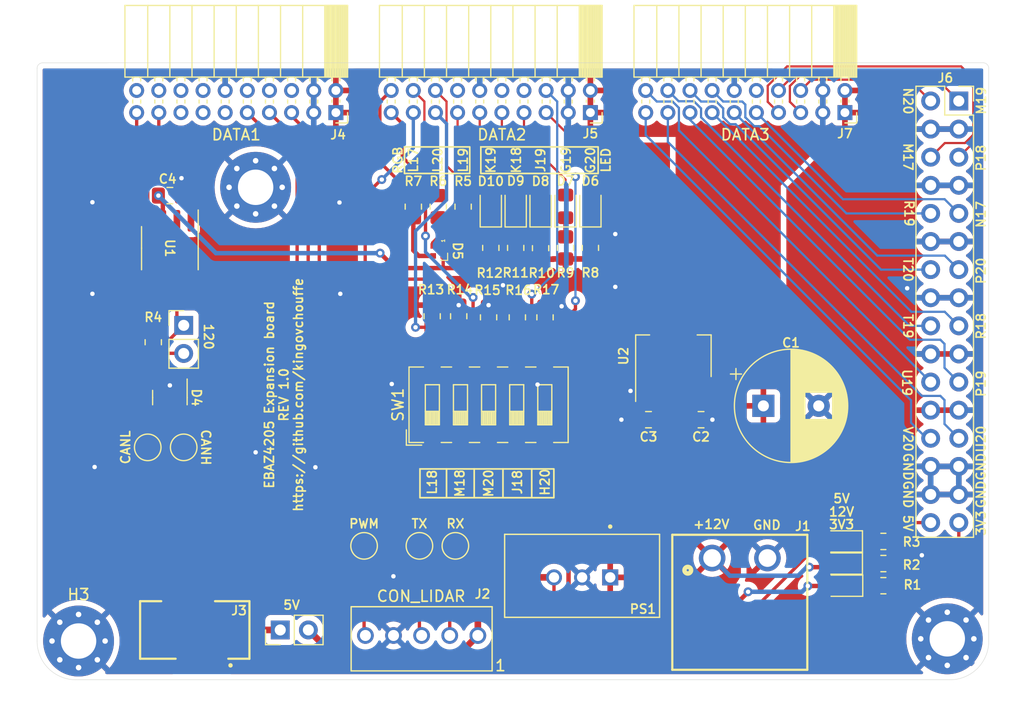
<source format=kicad_pcb>
(kicad_pcb (version 20211014) (generator pcbnew)
  (layers (0 "F.Cu" signal) (31 "B.Cu" signal) (34 "B.Paste" user) (35 "F.Paste" user) (36 "B.SilkS" user "B.Silkscreen") (37 "F.SilkS" user "F.Silkscreen") (38 "B.Mask" user) (39 "F.Mask" user) (44 "Edge.Cuts" user))
  (net 0 "")
  (net 1 "+12V")
  (net 2 "GND")
  (net 3 "+3V3")
  (net 4 "Net-(D1-Pad1)")
  (net 5 "Net-(D2-Pad1)")
  (net 6 "Net-(D3-Pad1)")
  (net 7 "+5V")
  (net 8 "/CANH")
  (net 9 "/CANL")
  (net 10 "/Bleu")
  (net 11 "/Vert")
  (net 12 "/Rouge")
  (net 13 "Net-(D6-Pad1)")
  (net 14 "/G20")
  (net 15 "Net-(D7-Pad1)")
  (net 16 "/G19")
  (net 17 "Net-(D8-Pad1)")
  (net 18 "/J19")
  (net 19 "Net-(D9-Pad1)")
  (net 20 "/K18")
  (net 21 "Net-(D10-Pad1)")
  (net 22 "/K19")
  (net 23 "/A20")
  (net 24 "/B19")
  (net 25 "/C20")
  (net 26 "Net-(J3-Pad1)")
  (net 27 "/H16")
  (net 28 "/B20")
  (net 30 "/H17")
  (net 31 "/D20")
  (net 32 "/D18")
  (net 33 "/H18")
  (net 34 "/D19")
  (net 35 "/F20")
  (net 36 "/E19")
  (net 37 "/F19")
  (net 38 "/K17")
  (net 39 "/J18")
  (net 40 "/H20")
  (net 42 "/J20")
  (net 43 "/L16")
  (net 44 "/L19")
  (net 45 "/M18")
  (net 46 "/L20")
  (net 47 "/M20")
  (net 48 "/L17")
  (net 49 "/M19")
  (net 50 "/N20")
  (net 51 "/P18")
  (net 52 "/M17")
  (net 53 "/N17")
  (net 54 "/R19")
  (net 55 "/P20")
  (net 56 "/T20")
  (net 57 "/R18")
  (net 58 "/T19")
  (net 59 "/P19")
  (net 60 "/U19")
  (net 61 "/U20")
  (net 62 "/V20")
  (net 64 "Net-(JP2-Pad2)")
  (footprint "LED_SMD:LED_0805_2012Metric_Pad1.15x1.40mm_HandSolder" (layer "F.Cu") (at 151.75 74.25 180)
    (fp_text reference "3V3")
    (fp_text value "3V3")
  )
  (footprint "LED_SMD:LED_0805_2012Metric_Pad1.15x1.40mm_HandSolder" (layer "F.Cu") (at 129 39.975 90)
    (fp_text reference "D6")
    (fp_text value "LED1")
  )
  (footprint "Resistor_SMD:R_0805_2012Metric_Pad1.20x1.40mm_HandSolder" (layer "F.Cu") (at 117.1 49.9 -90)
    (fp_text reference "R14")
    (fp_text value "10k")
  )
  (footprint "TestPoint:TestPoint_Pad_D2.0mm" (layer "F.Cu") (at 116.8 70.65)
    (fp_text reference "RX")
    (fp_text value "RX")
  )
  (footprint "LED_SMD:LED_0805_2012Metric_Pad1.15x1.40mm_HandSolder" (layer "F.Cu") (at 124.5 39.975 90)
    (fp_text reference "D8")
    (fp_text value "LED3")
  )
  (footprint "Resistor_SMD:R_0805_2012Metric_Pad1.20x1.40mm_HandSolder" (layer "F.Cu") (at 126.75 43.725 -90)
    (fp_text reference "R9")
    (fp_text value "120")
  )
  (footprint "Package_TO_SOT_SMD:SOT-23" (layer "F.Cu") (at 91 57.25 -90)
    (fp_text reference "D4")
    (fp_text value "D_TVS_x2_AAC")
  )
  (footprint "Capacitor_THT:CP_Radial_D10.0mm_P5.00mm" (layer "F.Cu") (at 144.632323 58)
    (fp_text reference "C1")
    (fp_text value "100u")
  )
  (footprint "Resistor_SMD:R_0805_2012Metric_Pad1.20x1.40mm_HandSolder" (layer "F.Cu") (at 155.475 72.25)
    (fp_text reference "R2")
    (fp_text value "560")
  )
  (footprint "MountingHole:MountingHole_3.2mm_M3_Pad_Via" (layer "F.Cu") (at 161.25 79.05)
    (fp_text reference "H1")
    (fp_text value "MountingHole_Pad")
  )
  (footprint "Resistor_SMD:R_0805_2012Metric_Pad1.20x1.40mm_HandSolder" (layer "F.Cu") (at 155.475 70.25)
    (fp_text reference "R3")
    (fp_text value "280")
  )
  (footprint "Resistor_SMD:R_0805_2012Metric_Pad1.20x1.40mm_HandSolder" (layer "F.Cu") (at 124.9 50 -90)
    (fp_text reference "R17")
    (fp_text value "10k")
  )
  (footprint "Resistor_SMD:R_0805_2012Metric_Pad1.20x1.40mm_HandSolder" (layer "F.Cu") (at 115.25 40 90)
    (fp_text reference "R6")
    (fp_text value "120")
  )
  (footprint "Connector_PinSocket_2.54mm:PinSocket_2x16_P2.54mm_Vertical" (layer "F.Cu") (at 162.29 30.45)
    (fp_text reference "J6")
    (fp_text value "DATA3_2.54")
  )
  (footprint "AREA_lib_Connector:Wuerth_batcon_691313710002" (layer "F.Cu") (at 142.5 71.75)
    (fp_text reference "J1")
    (fp_text value "INPUT")
  )
  (footprint "Resistor_SMD:R_0805_2012Metric_Pad1.20x1.40mm_HandSolder" (layer "F.Cu") (at 114.7 49.9 -90)
    (fp_text reference "R13")
    (fp_text value "10k")
  )
  (footprint "Resistor_SMD:R_0805_2012Metric_Pad1.20x1.40mm_HandSolder" (layer "F.Cu") (at 113 40 90)
    (fp_text reference "R7")
    (fp_text value "120")
  )
  (footprint "MountingHole:MountingHole_3.2mm_M3_Pad_Via" (layer "F.Cu") (at 82.75 79.25)
    (fp_text reference "H3")
    (fp_text value "MountingHole_Pad")
  )
  (footprint "TestPoint:TestPoint_Pad_D2.0mm" (layer "F.Cu") (at 113.55 70.65)
    (fp_text reference "TX")
    (fp_text value "TX")
  )
  (footprint "LED_SMD:LED_0805_2012Metric_Pad1.15x1.40mm_HandSolder" (layer "F.Cu") (at 122.25 39.975 90)
    (fp_text reference "D9")
    (fp_text value "LED3")
  )
  (footprint "LED_SMD:LED_0805_2012Metric_Pad1.15x1.40mm_HandSolder" (layer "F.Cu") (at 151.725 70.25 180)
    (fp_text reference "5V")
    (fp_text value "5V")
  )
  (footprint "TestPoint:TestPoint_Pad_D2.0mm" (layer "F.Cu") (at 92.25 61.75 -90)
    (fp_text reference "CANH")
    (fp_text value "CANL")
  )
  (footprint "Connector_PinSocket_2.00mm:PinSocket_2x10_P2.00mm_Horizontal" (layer "F.Cu") (at 152 31.5 -90)
    (fp_text reference "J7")
    (fp_text value "DATA3")
  )
  (footprint "AREA_lib_Connector:690367290476" (layer "F.Cu") (at 93.25 78.25)
    (fp_text reference "J3")
    (fp_text value "CON_CAN")
  )
  (footprint "LED_SMD:LED_0805_2012Metric_Pad1.15x1.40mm_HandSolder" (layer "F.Cu") (at 126.75 39.975 90)
    (fp_text reference "D7")
    (fp_text value "LED2")
  )
  (footprint "TestPoint:TestPoint_Pad_D2.0mm" (layer "F.Cu") (at 108.55 70.65)
    (fp_text reference "PWM")
    (fp_text value "PWM_MOT")
  )
  (footprint "MountingHole:MountingHole_3.2mm_M3_Pad_Via" (layer "F.Cu") (at 98.75 38.25)
    (fp_text reference "H4")
    (fp_text value "MountingHole_Pad")
  )
  (footprint "LED_SMD:LED_0805_2012Metric_Pad1.15x1.40mm_HandSolder" (layer "F.Cu") (at 151.725 72.25 180)
    (fp_text reference "12V")
    (fp_text value "12V")
  )
  (footprint "Button_Switch_SMD:SW_DIP_SPSTx05_Slide_6.7x14.26mm_W8.61mm_P2.54mm_LowProfile" (layer "F.Cu") (at 119.8 57.9 90)
    (fp_text reference "SW1")
    (fp_text value "SW_DIP_x05")
  )
  (footprint "Package_SO:SOIC-8_3.9x4.9mm_P1.27mm" (layer "F.Cu") (at 91 43.75 -90)
    (fp_text reference "U1")
    (fp_text value "SN65HVD232")
  )
  (footprint "Resistor_SMD:R_0805_2012Metric_Pad1.20x1.40mm_HandSolder" (layer "F.Cu") (at 129 43.725 -90)
    (fp_text reference "R8")
    (fp_text value "120")
  )
  (footprint "Resistor_SMD:R_0805_2012Metric_Pad1.20x1.40mm_HandSolder" (layer "F.Cu") (at 122.4 50 -90)
    (fp_text reference "R16")
    (fp_text value "10k")
  )
  (footprint "Capacitor_SMD:C_0805_2012Metric_Pad1.18x1.45mm_HandSolder" (layer "F.Cu") (at 134.25 59.25)
    (fp_text reference "C3")
    (fp_text value "10u")
  )
  (footprint "Connector_PinSocket_2.00mm:PinSocket_2x10_P2.00mm_Horizontal" (layer "F.Cu") (at 129 31.5 -90)
    (fp_text reference "J5")
    (fp_text value "DATA2")
  )
  (footprint "Resistor_SMD:R_0805_2012Metric_Pad1.20x1.40mm_HandSolder" (layer "F.Cu") (at 120 43.725 -90)
    (fp_text reference "R12")
    (fp_text value "120")
  )
  (footprint "AREA_lib_Connector:Wuerth_2.54mm_5pins_61900511121" (layer "F.Cu") (at 113.75 78.75)
    (fp_text reference "J2")
    (fp_text value "CON_LIDAR")
  )
  (footprint "Resistor_SMD:R_0805_2012Metric_Pad1.20x1.40mm_HandSolder" (layer "F.Cu") (at 122.25 43.725 -90)
    (fp_text reference "R11")
    (fp_text value "120")
  )
  (footprint "AREA_lib_composant:CONV_TSR_2-2450" (layer "F.Cu") (at 128.25 73.36 180)
    (fp_text reference "PS1")
    (fp_text value "TSR_2-2450")
  )
  (footprint "Capacitor_SMD:C_0805_2012Metric_Pad1.18x1.45mm_HandSolder" (layer "F.Cu") (at 139 59.25 180)
    (fp_text reference "C2")
    (fp_text value "10u")
  )
  (footprint "Resistor_SMD:R_0805_2012Metric_Pad1.20x1.40mm_HandSolder" (layer "F.Cu") (at 117.5 40 90)
    (fp_text reference "R5")
    (fp_text value "120")
  )
  (footprint "LED_SMD:LED_SK6812_EC15_1.5x1.5mm" (layer "F.Cu") (at 115.25 44 -90)
    (fp_text reference "D5")
    (fp_text value "LED_RGBA")
  )
  (footprint "Connector_PinHeader_2.54mm:PinHeader_1x02_P2.54mm_Vertical" (layer "F.Cu") (at 92.25 50.725)
    (fp_text reference "120")
    (fp_text value "120")
  )
  (footprint "Capacitor_SMD:C_0805_2012Metric_Pad1.18x1.45mm_HandSolder" (layer "F.Cu") (at 91 39)
    (fp_text reference "C4")
    (fp_text value "100n")
  )
  (footprint "Resistor_SMD:R_0805_2012Metric_Pad1.20x1.40mm_HandSolder" (layer "F.Cu") (at 89.5 52.25 -90)
    (fp_text reference "R4")
    (fp_text value "120")
  )
  (footprint "TestPoint:TestPoint_Pad_D2.0mm" (layer "F.Cu") (at 89 61.75)
    (fp_text reference "CANL")
    (fp_text value "CANL")
  )
  (footprint "Resistor_SMD:R_0805_2012Metric_Pad1.20x1.40mm_HandSolder" (layer "F.Cu") (at 155.475 74.25)
    (fp_text reference "R1")
    (fp_text value "120")
  )
  (footprint "Resistor_SMD:R_0805_2012Metric_Pad1.20x1.40mm_HandSolder" (layer "F.Cu") (at 119.8 50 -90)
    (fp_text reference "R15")
    (fp_text value "10k")
  )
  (footprint "Connector_PinHeader_2.54mm:PinHeader_1x02_P2.54mm_Vertical" (layer "F.Cu") (at 100.975 78.25 90)
    (fp_text reference "5V")
    (fp_text value "5V")
  )
  (footprint "Resistor_SMD:R_0805_2012Metric_Pad1.20x1.40mm_HandSolder" (layer "F.Cu") (at 124.5 43.75 -90)
    (fp_text reference "R10")
    (fp_text value "120")
  )
  (footprint "Package_TO_SOT_SMD:SOT-223-3_TabPin2" (layer "F.Cu") (at 136.5 53.5 90)
    (fp_text reference "U2")
    (fp_text value "NCP1117-3.3_SOT223")
  )
  (footprint "Connector_PinSocket_2.00mm:PinSocket_2x10_P2.00mm_Horizontal" (layer "F.Cu") (at 106 31.5 -90)
    (fp_text reference "J4")
    (fp_text value "DATA1")
  )
  (footprint "LED_SMD:LED_0805_2012Metric_Pad1.15x1.40mm_HandSolder" (layer "F.Cu") (at 120 39.975 90)
    (fp_text reference "D10")
    (fp_text value "LED3")
  )
  (gr_line (start 118.5 63.7) (end 118.5 66.2) (layer "F.SilkS") (width 0.1524))
  (gr_rect (start 113.6 63.7) (end 125.7 66.3) (layer "F.SilkS") (width 0.1524) (fill none))
  (gr_rect (start 112.2 34.6) (end 118.1 37) (layer "F.SilkS") (width 0.1524) (fill none))
  (gr_line (start 121.1 63.7) (end 121.1 66.2) (layer "F.SilkS") (width 0.1524))
  (gr_line (start 123.7 63.7) (end 123.7 66.2) (layer "F.SilkS") (width 0.1524))
  (gr_rect (start 119.1 34.6) (end 129.7 37) (layer "F.SilkS") (width 0.1524) (fill none))
  (gr_line (start 116 63.7) (end 116 66.2) (layer "F.SilkS") (width 0.1524))
  (gr_line (start 79 79.25) (end 79 27.503553) (layer "Edge.Cuts") (width 0.0381))
  (gr_line (start 165 79.25) (end 165 27.5) (layer "Edge.Cuts") (width 0.0381))
  (gr_arc (start 82.5 82.75) (mid 80.025126 81.724874) (end 79 79.25) (layer "Edge.Cuts") (width 0.0381))
  (gr_arc (start 79 27.503553) (mid 79.146447 27.15) (end 79.5 27.003553) (layer "Edge.Cuts") (width 0.0381))
  (gr_arc (start 165 79.25) (mid 163.974874 81.724874) (end 161.5 82.75) (layer "Edge.Cuts") (width 0.0381))
  (gr_line (start 82.5 82.75) (end 161.5 82.75) (layer "Edge.Cuts") (width 0.0381))
  (gr_arc (start 164.496447 27) (mid 164.85 27.146447) (end 164.996447 27.5) (layer "Edge.Cuts") (width 0.0381))
  (gr_line (start 79.5 27.003553) (end 164.496447 27) (layer "Edge.Cuts") (width 0.0381))
  (gr_text "G20" (at 129 35.8 90) (layer "F.SilkS") (effects (font (size 0.8128 0.8128) (thickness 0.1524))))
  (gr_text "L18" (at 114.7 64.9 90) (layer "F.SilkS") (effects (font (size 0.8128 0.8128) (thickness 0.1524))))
  (gr_text "M17" (at 157.7 35.5 270) (layer "F.SilkS") (effects (font (size 0.8128 0.8128) (thickness 0.1524))))
  (gr_text "K18" (at 122.3 35.8 90) (layer "F.SilkS") (effects (font (size 0.8128 0.8128) (thickness 0.1524))))
  (gr_text "GND" (at 157.7 63.5 270) (layer "F.SilkS") (effects (font (size 0.8128 0.8128) (thickness 0.1524))))
  (gr_text "P18" (at 164.3 35.6 90) (layer "F.SilkS") (effects (font (size 0.8128 0.8128) (thickness 0.1524))))
  (gr_text "5V" (at 157.7 68.6 270) (layer "F.SilkS") (effects (font (size 0.8128 0.8128) (thickness 0.1524))))
  (gr_text "M19" (at 164.325 30.425 90) (layer "F.SilkS") (effects (font (size 0.8128 0.8128) (thickness 0.1524))))
  (gr_text "T19" (at 157.7 50.8 270) (layer "F.SilkS") (effects (font (size 0.8128 0.8128) (thickness 0.1524))))
  (gr_text "R19" (at 157.8 40.6 270) (layer "F.SilkS") (effects (font (size 0.8128 0.8128) (thickness 0.1524))))
  (gr_text "P19" (at 164.3 56 90) (layer "F.SilkS") (effects (font (size 0.8128 0.8128) (thickness 0.1524))))
  (gr_text "M20" (at 119.8 65 90) (layer "F.SilkS") (effects (font (size 0.8128 0.8128) (thickness 0.1524))))
  (gr_text "H20" (at 124.9 64.9 90) (layer "F.SilkS") (effects (font (size 0.8128 0.8128) (thickness 0.1524))))
  (gr_text "U20" (at 164.3 61 90) (layer "F.SilkS") (effects (font (size 0.8128 0.8128) (thickness 0.1524))))
  (gr_text "3V3" (at 164.3 68.6 90) (layer "F.SilkS") (effects (font (size 0.8128 0.8128) (thickness 0.1524))))
  (gr_text "V20" (at 157.7 61 270) (layer "F.SilkS") (effects (font (size 0.8128 0.8128) (thickness 0.1524))))
  (gr_text "P20" (at 164.3 45.8 90) (layer "F.SilkS") (effects (font (size 0.8128 0.8128) (thickness 0.1524))))
  (gr_text "U19" (at 157.6 55.9 270) (layer "F.SilkS") (effects (font (size 0.8128 0.8128) (thickness 0.1524))))
  (gr_text "M18" (at 117.2 65 90) (layer "F.SilkS") (effects (font (size 0.8128 0.8128) (thickness 0.1524))))
  (gr_text "K19" (at 120 35.8 90) (layer "F.SilkS") (effects (font (size 0.8128 0.8128) (thickness 0.1524))))
  (gr_text "T20" (at 157.7 45.7 270) (layer "F.SilkS") (effects (font (size 0.8128 0.8128) (thickness 0.1524))))
  (gr_text "GND" (at 144.95 68.775) (layer "F.SilkS") (effects (font (size 0.8128 0.8128) (thickness 0.1524))))
  (gr_text "N20" (at 157.7 30.45 270) (layer "F.SilkS") (effects (font (size 0.8128 0.8128) (thickness 0.1524))))
  (gr_text "N17" (at 164.3 40.7 90) (layer "F.SilkS") (effects (font (size 0.8128 0.8128) (thickness 0.1524))))
  (gr_text "GND" (at 164.3 63.5 90) (layer "F.SilkS") (effects (font (size 0.8128 0.8128) (thickness 0.1524))))
  (gr_text "L20" (at 115.2 35.8 90) (layer "F.SilkS") (effects (font (size 0.8128 0.8128) (thickness 0.1524))))
  (gr_text "G19" (at 126.8 35.8 90) (layer "F.SilkS") (effects (font (size 0.8128 0.8128) (thickness 0.1524))))
  (gr_text "GND" (at 157.7 66 270) (layer "F.SilkS") (effects (font (size 0.8128 0.8128) (thickness 0.1524))))
  (gr_text "GND" (at 164.3 66 90) (layer "F.SilkS") (effects (font (size 0.8128 0.8128) (thickness 0.1524))))
  (gr_text "J18" (at 122.4 64.9 90) (layer "F.SilkS") (effects (font (size 0.8128 0.8128) (thickness 0.1524))))
  (gr_text "J19" (at 124.5 35.8 90) (layer "F.SilkS") (effects (font (size 0.8128 0.8128) (thickness 0.1524))))
  (gr_text "EBAZ4205 Expansion board\nREV 1.0\nhttps://github.com/kingovchouffe" (at 101.3 57 90) (layer "F.SilkS") (effects (font (size 0.8128 0.8128) (thickness 0.1524))))
  (gr_text "+12V" (at 139.925 68.7) (layer "F.SilkS") (effects (font (size 0.8128 0.8128) (thickness 0.1524))))
  (gr_text "L19" (at 117.5 35.8 90) (layer "F.SilkS") (effects (font (size 0.8128 0.8128) (thickness 0.1524))))
  (gr_text "R18" (at 164.3 50.8 90) (layer "F.SilkS") (effects (font (size 0.8128 0.8128) (thickness 0.1524))))
  (gr_text "RGB" (at 111.6 35.8 90) (layer "F.SilkS") (effects (font (size 0.8128 0.8128) (thickness 0.1524))))
  (gr_text "LED" (at 130.4 35.8 90) (layer "F.SilkS") (effects (font (size 0.8128 0.8128) (thickness 0.1524))))
  (gr_text "L17" (at 113 35.8 90) (layer "F.SilkS") (effects (font (size 0.8128 0.8128) (thickness 0.1524))))
  (segment (start 148.775 72.575) (end 150.375 72.575) (width 0.4) (layer "F.Cu") (net 1))
  (segment (start 150.375 72.575) (end 150.7 72.25) (width 0.4) (layer "F.Cu") (net 1))
  (via (at 148.775 72.575) (size 0.8) (drill 0.4) (layers "F.Cu" "B.Cu") (net 1))
  (segment (start 148.55 72.575) (end 148.775 72.575) (width 0.4) (layer "B.Cu") (net 1))
  (segment (start 147.775489 73.349511) (end 148.225 72.9) (width 0.4) (layer "B.Cu") (net 1))
  (segment (start 140 71.75) (end 141.599511 73.349511) (width 0.4) (layer "B.Cu") (net 1))
  (segment (start 148.225 72.9) (end 148.55 72.575) (width 0.4) (layer "B.Cu") (net 1))
  (segment (start 141.599511 73.349511) (end 147.775489 73.349511) (width 0.4) (layer "B.Cu") (net 1))
  (via (at 111.05 56.025) (size 0.8) (drill 0.4) (layers "F.Cu" "B.Cu") (net 2))
  (via (at 131.25 42.475) (size 0.8) (drill 0.4) (layers "F.Cu" "B.Cu") (net 2))
  (via (at 119.8 48.9) (size 0.8) (drill 0.4) (layers "F.Cu" "B.Cu") (net 2))
  (via (at 98.75 62.2) (size 0.8) (drill 0.4) (layers "F.Cu" "B.Cu") (net 2))
  (via (at 121.1 47.1) (size 0.8) (drill 0.4) (layers "F.Cu" "B.Cu") (net 2))
  (via (at 84.2 63.525) (size 0.8) (drill 0.4) (layers "F.Cu" "B.Cu") (net 2))
  (via (at 104.15 63.55) (size 0.8) (drill 0.4) (layers "F.Cu" "B.Cu") (net 2))
  (via (at 91 56.15) (size 0.8) (drill 0.4) (layers "F.Cu" "B.Cu") (net 2))
  (via (at 84 47.875) (size 0.8) (drill 0.4) (layers "F.Cu" "B.Cu") (net 2))
  (via (at 84 39.6) (size 0.8) (drill 0.4) (layers "F.Cu" "B.Cu") (net 2))
  (via (at 106.325 39.625) (size 0.8) (drill 0.4) (layers "F.Cu" "B.Cu") (net 2))
  (via (at 158.95 71.5) (size 0.8) (drill 0.4) (layers "F.Cu" "B.Cu") (net 2))
  (via (at 132.625 56.65) (size 0.8) (drill 0.4) (layers "F.Cu" "B.Cu") (net 2))
  (via (at 140.025 59.25) (size 0.8) (drill 0.4) (layers "F.Cu" "B.Cu") (net 2))
  (via (at 111.2 73.4) (size 0.8) (drill 0.4) (layers "F.Cu" "B.Cu") (net 2))
  (via (at 157.625 47.375) (size 0.8) (drill 0.4) (layers "F.Cu" "B.Cu") (net 2))
  (via (at 126.4 49) (size 0.8) (drill 0.4) (layers "F.Cu" "B.Cu") (net 2))
  (via (at 92.05 37.425) (size 0.8) (drill 0.4) (layers "F.Cu" "B.Cu") (net 2))
  (via (at 106.4 47.875) (size 0.8) (drill 0.4) (layers "F.Cu" "B.Cu") (net 2))
  (via (at 117.1 48.9) (size 0.8) (drill 0.4) (layers "F.Cu" "B.Cu") (net 2))
  (via (at 124.225 56.075) (size 0.8) (drill 0.4) (layers "F.Cu" "B.Cu") (net 2))
  (via (at 131.8 59.25) (size 0.8) (drill 0.4) (layers "F.Cu" "B.Cu") (net 2))
  (via (at 131.25 47.25) (size 0.8) (drill 0.4) (layers "F.Cu" "B.Cu") (net 2))
  (segment (start 128.75 62.45) (end 128.75 65.725) (width 0.4) (layer "F.Cu") (net 3))
  (segment (start 133.5375 61) (end 135.2875 59.25) (width 0.6) (layer "F.Cu") (net 3))
  (segment (start 118.41932 45.55) (end 121.1 48.23068) (width 0.4) (layer "F.Cu") (net 3))
  (segment (start 115.7 45.4) (end 115.85 45.55) (width 0.3) (layer "F.Cu") (net 3))
  (segment (start 150.7 74.275) (end 150.725 74.25) (width 0.4) (layer "F.Cu") (net 3))
  (segment (start 89.9625 39) (end 90.365 39.4025) (width 0.4) (layer "F.Cu") (net 3))
  (segment (start 121.1 48.23068) (end 121.1 62) (width 0.4) (layer "F.Cu") (net 3))
  (segment (start 162.29 68.55) (end 162.29 70.082849) (width 0.3) (layer "F.Cu") (net 3))
  (segment (start 126.45 62.2) (end 126.445 62.205) (width 0.6) (layer "F.Cu") (net 3))
  (segment (start 151.77452 75.29952) (end 150.725 74.25) (width 0.3) (layer "F.Cu") (net 3))
  (segment (start 127.025 67.45) (end 127.025 74.475) (width 0.4) (layer "F.Cu") (net 3))
  (segment (start 128.5 62.2) (end 126.45 62.2) (width 0.6) (layer "F.Cu") (net 3))
  (segment (start 111.35 45.55) (end 115.85 45.55) (width 0.4) (layer "F.Cu") (net 3))
  (segment (start 148.65 74.275) (end 150.7 74.275) (width 0.4) (layer "F.Cu") (net 3))
  (segment (start 143.25 74.825) (end 143.25 74.8) (width 0.4) (layer "F.Cu") (net 3))
  (segment (start 110 44.2) (end 111.35 45.55) (width 0.4) (layer "F.Cu") (net 3))
  (segment (start 141.625 76.45) (end 143.25 74.825) (width 0.4) (layer "F.Cu") (net 3))
  (segment (start 127.025 74.475) (end 129 76.45) (width 0.4) (layer "F.Cu") (net 3))
  (segment (start 128.5 62.2) (end 128.75 62.45) (width 0.4) (layer "F.Cu") (net 3))
  (segment (start 115.7 44.45) (end 115.7 45.4) (width 0.3) (layer "F.Cu") (net 3))
  (segment (start 136.5 56.65) (end 136.5 58.0375) (width 0.6) (layer "F.Cu") (net 3))
  (segment (start 157.073329 75.29952) (end 151.77452 75.29952) (width 0.3) (layer "F.Cu") (net 3))
  (segment (start 90.365 39.4025) (end 90.365 41.275) (width 0.4) (layer "F.Cu") (net 3))
  (segment (start 126.445 62.205) (end 114.72 62.205) (width 0.6) (layer "F.Cu") (net 3))
  (segment (start 129 76.45) (end 141.625 76.45) (width 0.4) (layer "F.Cu") (net 3))
  (segment (start 136.5 50.35) (end 136.5 56.65) (width 0.6) (layer "F.Cu") (net 3))
  (segment (start 162.29 70.082849) (end 157.073329 75.29952) (width 0.3) (layer "F.Cu") (net 3))
  (segment (start 121.1 62) (end 121.305 62.205) (width 0.4) (layer "F.Cu") (net 3))
  (segment (start 136.5 58.0375) (end 135.2875 59.25) (width 0.6) (layer "F.Cu") (net 3))
  (segment (start 128.5 62.2) (end 129.7 61) (width 0.6) (layer "F.Cu") (net 3))
  (segment (start 129.7 61) (end 133.5375 61) (width 0.6) (layer "F.Cu") (net 3))
  (segment (start 115.85 45.55) (end 118.41932 45.55) (width 0.4) (layer "F.Cu") (net 3))
  (segment (start 128.75 65.725) (end 127.025 67.45) (width 0.4) (layer "F.Cu") (net 3))
  (via (at 148.65 74.275) (size 0.8) (drill 0.4) (layers "F.Cu" "B.Cu") (net 3))
  (via (at 110 44.2) (size 0.8) (drill 0.4) (layers "F.Cu" "B.Cu") (net 3))
  (via (at 143.25 74.8) (size 0.8) (drill 0.4) (layers "F.Cu" "B.Cu") (net 3))
  (via (at 89.9625 39) (size 0.8) (drill 0.4) (layers "F.Cu" "B.Cu") (net 3))
  (segment (start 89.9625 39) (end 95.1625 44.2) (width 0.4) (layer "B.Cu") (net 3))
  (segment (start 148.125 74.8) (end 148.65 74.275) (width 0.4) (layer "B.Cu") (net 3))
  (segment (start 143.25 74.8) (end 148.125 74.8) (width 0.4) (layer "B.Cu") (net 3))
  (segment (start 95.1625 44.2) (end 110 44.2) (width 0.4) (layer "B.Cu") (net 3))
  (segment (start 152.775 74.25) (end 154.475 74.25) (width 0.3) (layer "F.Cu") (net 4))
  (segment (start 152.75 72.25) (end 154.475 72.25) (width 0.3) (layer "F.Cu") (net 5))
  (segment (start 152.75 70.25) (end 154.475 70.25) (width 0.3) (layer "F.Cu") (net 6))
  (segment (start 125.71 75.51) (end 125.71 73.5) (width 0.3) (layer "F.Cu") (net 7))
  (segment (start 127.775 77.575) (end 125.71 75.51) (width 0.3) (layer "F.Cu") (net 7))
  (segment (start 151.35 68.55) (end 159.75 68.55) (width 0.3) (layer "F.Cu") (net 7))
  (segment (start 120.475 73.5) (end 125.71 73.5) (width 0.6) (layer "F.Cu") (net 7))
  (segment (start 118.83 78.75) (end 118.83 75.145) (width 0.6) (layer "F.Cu") (net 7))
  (segment (start 118.83 75.145) (end 120.475 73.5) (width 0.6) (layer "F.Cu") (net 7))
  (segment (start 150.7 70.25) (end 150.7 69.2) (width 0.3) (layer "F.Cu") (net 7))
  (segment (start 142.575 77.575) (end 127.775 77.575) (width 0.3) (layer "F.Cu") (net 7))
  (segment (start 149.9 70.25) (end 142.575 77.575) (width 0.3) (layer "F.Cu") (net 7))
  (segment (start 103.515 78.25) (end 105.665 80.4) (width 0.6) (layer "F.Cu") (net 7))
  (segment (start 105.665 80.4) (end 117.18 80.4) (width 0.6) (layer "F.Cu") (net 7))
  (segment (start 150.7 69.2) (end 151.35 68.55) (width 0.3) (layer "F.Cu") (net 7))
  (segment (start 117.18 80.4) (end 118.83 78.75) (width 0.6) (layer "F.Cu") (net 7))
  (segment (start 150.7 70.25) (end 149.9 70.25) (width 0.3) (layer "F.Cu") (net 7))
  (segment (start 91.95 56.3125) (end 91.95 61.45) (width 0.3) (layer "F.Cu") (net 8))
  (segment (start 91.95 61.45) (end 92.25 61.75) (width 0.3) (layer "F.Cu") (net 8))
  (segment (start 88.2 53.75) (end 88.8 54.35) (width 0.3) (layer "F.Cu") (net 8))
  (segment (start 91.635 50.11) (end 92.25 50.725) (width 0.3) (layer "F.Cu") (net 8))
  (segment (start 92.25 61.75) (end 93.885 63.385) (width 0.3) (layer "F.Cu") (net 8))
  (segment (start 88.4 52.3) (end 88.2 52.5) (width 0.3) (layer "F.Cu") (net 8))
  (segment (start 91.95 55.15) (end 91.95 56.3125) (width 0.3) (layer "F.Cu") (net 8))
  (segment (start 93.885 63.385) (end 93.885 76) (width 0.3) (layer "F.Cu") (net 8))
  (segment (start 91.635 46.225) (end 91.635 50.11) (width 0.3) (layer "F.Cu") (net 8))
  (segment (start 88.2 52.5) (end 88.2 53.75) (width 0.3) (layer "F.Cu") (net 8))
  (segment (start 92.25 50.725) (end 90.675 52.3) (width 0.3) (layer "F.Cu") (net 8))
  (segment (start 91.15 54.35) (end 91.95 55.15) (width 0.3) (layer "F.Cu") (net 8))
  (segment (start 90.675 52.3) (end 88.4 52.3) (width 0.3) (layer "F.Cu") (net 8))
  (segment (start 88.8 54.35) (end 91.15 54.35) (width 0.3) (layer "F.Cu") (net 8))
  (segment (start 90.365 50.385) (end 89.5 51.25) (width 0.3) (layer "F.Cu") (net 9))
  (segment (start 88.3 51.25) (end 87.7 51.85) (width 0.3) (layer "F.Cu") (net 9))
  (segment (start 90.05 60.7) (end 89 61.75) (width 0.3) (layer "F.Cu") (net 9))
  (segment (start 90.365 46.225) (end 90.365 50.385) (width 0.3) (layer "F.Cu") (net 9))
  (segment (start 90.05 56.3125) (end 90.05 60.7) (width 0.3) (layer "F.Cu") (net 9))
  (segment (start 89.5 51.25) (end 88.3 51.25) (width 0.3) (layer "F.Cu") (net 9))
  (segment (start 87.7 51.85) (end 87.7 53.927132) (width 0.3) (layer "F.Cu") (net 9))
  (segment (start 89 61.75) (end 92.65 65.4) (width 0.3) (layer "F.Cu") (net 9))
  (segment (start 87.7 53.927132) (end 87.700489 53.927621) (width 0.3) (layer "F.Cu") (net 9))
  (segment (start 87.700489 53.927621) (end 87.700489 53.956905) (width 0.3) (layer "F.Cu") (net 9))
  (segment (start 87.700489 53.956905) (end 90.05 56.306416) (width 0.3) (layer "F.Cu") (net 9))
  (segment (start 92.615 65.435) (end 92.615 80.5) (width 0.3) (layer "F.Cu") (net 9))
  (segment (start 90.05 56.306416) (end 90.05 56.3125) (width 0.3) (layer "F.Cu") (net 9))
  (segment (start 92.65 65.4) (end 92.615 65.435) (width 0.3) (layer "F.Cu") (net 9))
  (segment (start 115.7 43.55) (end 116.75 43.55) (width 0.4) (layer "F.Cu") (net 10))
  (segment (start 117.5 42.8) (end 117.5 41) (width 0.4) (layer "F.Cu") (net 10))
  (segment (start 116.75 43.55) (end 117.5 42.8) (width 0.4) (layer "F.Cu") (net 10))
  (segment (start 114.8 43.55) (end 114.8 43.280666) (width 0.4) (layer "F.Cu") (net 11))
  (segment (start 114.8 43.280666) (end 115.25 42.830666) (width 0.4) (layer "F.Cu") (net 11))
  (segment (start 115.25 42.830666) (end 115.25 41) (width 0.4) (layer "F.Cu") (net 11))
  (segment (start 113.5 44.45) (end 113 43.95) (width 0.4) (layer "F.Cu") (net 12))
  (segment (start 114.8 44.45) (end 113.5 44.45) (width 0.4) (layer "F.Cu") (net 12))
  (segment (start 113 43.95) (end 113 41) (width 0.4) (layer "F.Cu") (net 12))
  (segment (start 129 41) (end 129 42.725) (width 0.4) (layer "F.Cu") (net 13))
  (segment (start 125 31.5) (end 129 35.5) (width 0.2) (layer "F.Cu") (net 14))
  (segment (start 129 35.5) (end 129 38.95) (width 0.2) (layer "F.Cu") (net 14))
  (segment (start 126.75 41) (end 126.75 42.725) (width 0.4) (layer "F.Cu") (net 15))
  (segment (start 126.75 37.55) (end 126.75 38.95) (width 0.2) (layer "F.Cu") (net 16))
  (segment (start 123 31.5) (end 123 33.8) (width 0.2) (layer "F.Cu") (net 16))
  (segment (start 123 33.8) (end 126.75 37.55) (width 0.2) (layer "F.Cu") (net 16))
  (segment (start 124.5 41) (end 124.5 42.75) (width 0.4) (layer "F.Cu") (net 17))
  (segment (start 121 31.5) (end 121 34.05) (width 0.2) (layer "F.Cu") (net 18))
  (segment (start 121 34.05) (end 124.5 37.55) (width 0.2) (layer "F.Cu") (net 18))
  (segment (start 124.5 37.55) (end 124.5 38.95) (width 0.2) (layer "F.Cu") (net 18))
  (segment (start 122.25 41) (end 122.25 42.725) (width 0.4) (layer "F.Cu") (net 19))
  (segment (start 119 31.5) (end 119 34.25) (width 0.2) (layer "F.Cu") (net 20))
  (segment (start 122.25 37.5) (end 122.25 38.95) (width 0.2) (layer "F.Cu") (net 20))
  (segment (start 119 34.25) (end 122.25 37.5) (width 0.2) (layer "F.Cu") (net 20))
  (segment (start 120 41) (end 120 42.725) (width 0.4) (layer "F.Cu") (net 21))
  (segment (start 120 37.6) (end 120 38.95) (width 0.2) (layer "F.Cu") (net 22))
  (segment (start 117 31.5) (end 117 34.6) (width 0.2) (layer "F.Cu") (net 22))
  (segment (start 117 34.6) (end 120 37.6) (width 0.2) (layer "F.Cu") (net 22))
  (segment (start 104.5 58.35) (end 116.8 70.65) (width 0.3) (layer "F.Cu") (net 23))
  (segment (start 116.29 78.75) (end 116.29 71.16) (width 0.3) (layer "F.Cu") (net 23))
  (segment (start 102 31.5) (end 102 31.8) (width 0.3) (layer "F.Cu") (net 23))
  (segment (start 102 31.8) (end 104.5 34.3) (width 0.3) (layer "F.Cu") (net 23))
  (segment (start 116.29 71.16) (end 116.8 70.65) (width 0.3) (layer "F.Cu") (net 23))
  (segment (start 104.5 34.3) (end 104.5 58.35) (width 0.3) (layer "F.Cu") (net 23))
  (segment (start 113.55 70.55) (end 103.5 60.5) (width 0.3) (layer "F.Cu") (net 24))
  (segment (start 113.55 70.65) (end 113.55 70.55) (width 0.3) (layer "F.Cu") (net 24))
  (segment (start 103.5 35) (end 100 31.5) (width 0.3) (layer "F.Cu") (net 24))
  (segment (start 103.5 60.5) (end 103.5 35) (width 0.3) (layer "F.Cu") (net 24))
  (segment (start 113.55 70.65) (end 113.55 78.55) (width 0.3) (layer "F.Cu") (net 24))
  (segment (start 113.55 78.55) (end 113.75 78.75) (width 0.3) (layer "F.Cu") (net 24))
  (segment (start 102.5 36) (end 102.5 64.6) (width 0.3) (layer "F.Cu") (net 25))
  (segment (start 98 31.5) (end 102.5 36) (width 0.3) (layer "F.Cu") (net 25))
  (segment (start 102.5 64.6) (end 108.55 70.65) (width 0.3) (layer "F.Cu") (net 25))
  (segment (start 108.55 78.63) (end 108.67 78.75) (width 0.3) (layer "F.Cu") (net 25))
  (segment (start 108.55 70.65) (end 108.55 78.63) (width 0.3) (layer "F.Cu") (net 25))
  (segment (start 95.155 78.52) (end 95.155 80.5) (width 0.6) (layer "F.Cu") (net 26))
  (segment (start 100.975 78.25) (end 95.425 78.25) (width 0.6) (layer "F.Cu") (net 26))
  (segment (start 95.425 78.25) (end 95.155 78.52) (width 0.6) (layer "F.Cu") (net 26))
  (segment (start 92.97452 37.27452) (end 90 34.3) (width 0.3) (layer "F.Cu") (net 35))
  (segment (start 92.905 41.275) (end 92.97452 41.20548) (width 0.3) (layer "F.Cu") (net 35))
  (segment (start 90 34.3) (end 90 31.5) (width 0.3) (layer "F.Cu") (net 35))
  (segment (start 92.97452 41.20548) (end 92.97452 37.27452) (width 0.3) (layer "F.Cu") (net 35))
  (segment (start 89 37) (end 89 41.18) (width 0.3) (layer "F.Cu") (net 37))
  (segment (start 89 41.18) (end 89.095 41.275) (width 0.3) (layer "F.Cu") (net 37))
  (segment (start 88 36) (end 89 37) (width 0.3) (layer "F.Cu") (net 37))
  (segment (start 88 31.5) (end 88 36) (width 0.3) (layer "F.Cu") (net 37))
  (segment (start 122.34 51.06) (end 122.4 51) (width 0.3) (layer "F.Cu") (net 39))
  (segment (start 122.4 51) (end 123.4 51) (width 0.3) (layer "F.Cu") (net 39))
  (segment (start 123.7 50.7) (end 123.7 47.9) (width 0.3) (layer "F.Cu") (net 39))
  (segment (start 122.34 53.595) (end 122.34 51.06) (width 0.3) (layer "F.Cu") (net 39))
  (segment (start 123.4 51) (end 123.7 50.7) (width 0.3) (layer "F.Cu") (net 39))
  (via (at 123.7 47.9) (size 0.8) (drill 0.4) (layers "F.Cu" "B.Cu") (net 39))
  (segment (start 126 30.5) (end 126 45.75) (width 0.2) (layer "B.Cu") (net 39))
  (segment (start 125 29.5) (end 126 30.5) (width 0.2) (layer "B.Cu") (net 39))
  (segment (start 126 45.75) (end 123.85 47.9) (width 0.2) (layer "B.Cu") (net 39))
  (segment (start 123.85 47.9) (end 123.7 47.9) (width 0.2) (layer "B.Cu") (net 39))
  (segment (start 124.9 51) (end 125.9 51) (width 0.3) (layer "F.Cu") (net 40))
  (segment (start 124.88 51.02) (end 124.9 51) (width 0.3) (layer "F.Cu") (net 40))
  (segment (start 127.65 49.25) (end 127.65 48.5) (width 0.3) (layer "F.Cu") (net 40))
  (segment (start 127.75 48.6) (end 127.65 48.5) (width 0.2) (layer "F.Cu") (net 40))
  (segment (start 124.88 53.595) (end 124.88 51.02) (width 0.3) (layer "F.Cu") (net 40))
  (segment (start 125.9 51) (end 127.65 49.25) (width 0.3) (layer "F.Cu") (net 40))
  (via (at 127.65 37.3) (size 0.8) (drill 0.4) (layers "F.Cu" "B.Cu") (net 40))
  (via (at 127.65 48.5) (size 0.8) (drill 0.4) (layers "F.Cu" "B.Cu") (net 40))
  (segment (start 127.65 37.3) (end 127.65 48.5) (width 0.2) (layer "B.Cu") (net 40))
  (segment (start 113.2 50.9) (end 114.7 50.9) (width 0.3) (layer "F.Cu") (net 43))
  (segment (start 114.72 50.92) (end 114.7 50.9) (width 0.3) (layer "F.Cu") (net 43))
  (segment (start 114.72 53.595) (end 114.72 50.92) (width 0.3) (layer "F.Cu") (net 43))
  (via (at 113.2 50.9) (size 0.8) (drill 0.4) (layers "F.Cu" "B.Cu") (net 43))
  (segment (start 113.2 50.9) (end 113.2 42.2) (width 0.3) (layer "B.Cu") (net 43))
  (segment (start 116 32.5) (end 115 31.5) (width 0.3) (layer "B.Cu") (net 43))
  (segment (start 113.2 42.2) (end 116 39.4) (width 0.3) (layer "B.Cu") (net 43))
  (segment (start 116 39.4) (end 116 32.5) (width 0.3) (layer "B.Cu") (net 43))
  (segment (start 116 30.5) (end 115 29.5) (width 0.2) (layer "F.Cu") (net 44))
  (segment (start 116 36.3) (end 116 30.5) (width 0.2) (layer "F.Cu") (net 44))
  (segment (start 117.5 39) (end 117.4 38.9) (width 0.2) (layer "F.Cu") (net 44))
  (segment (start 117.4 37.7) (end 116 36.3) (width 0.2) (layer "F.Cu") (net 44))
  (segment (start 117.4 38.9) (end 117.4 37.7) (width 0.2) (layer "F.Cu") (net 44))
  (segment (start 108.95 46.55) (end 108.9 46.6) (width 0.3) (layer "F.Cu") (net 45))
  (segment (start 116.2 50.9) (end 115.9 50.6) (width 0.3) (layer "F.Cu") (net 45))
  (segment (start 117.1 50.9) (end 116.2 50.9) (width 0.3) (layer "F.Cu") (net 45))
  (segment (start 117.26 51.06) (end 117.1 50.9) (width 0.3) (layer "F.Cu") (net 45))
  (segment (start 108.65 39) (end 110.1 37.55) (width 0.3) (layer "F.Cu") (net 45))
  (segment (start 108.9 46.6) (end 108.65 46.35) (width 0.3) (layer "F.Cu") (net 45))
  (segment (start 108.65 46.35) (end 108.65 39) (width 0.3) (layer "F.Cu") (net 45))
  (segment (start 115.9 50.6) (end 115.9 47.3) (width 0.3) (layer "F.Cu") (net 45))
  (segment (start 115.15 46.55) (end 108.95 46.55) (width 0.3) (layer "F.Cu") (net 45))
  (segment (start 115.9 47.3) (end 115.15 46.55) (width 0.3) (layer "F.Cu") (net 45))
  (segment (start 110.1 37.55) (end 110.15 37.55) (width 0.3) (layer "F.Cu") (net 45))
  (segment (start 117.26 53.595) (end 117.26 51.06) (width 0.3) (layer "F.Cu") (net 45))
  (via (at 110.15 37.55) (size 0.8) (drill 0.4) (layers "F.Cu" "B.Cu") (net 45))
  (segment (start 110.15 37.55) (end 113 34.7) (width 0.3) (layer "B.Cu") (net 45))
  (segment (start 113 34.7) (end 113 31.5) (width 0.3) (layer "B.Cu") (net 45))
  (segment (start 115.25 37.55) (end 115.25 39) (width 0.2) (layer "F.Cu") (net 46))
  (segment (start 114 30.5) (end 114 36.3) (width 0.2) (layer "F.Cu") (net 46))
  (segment (start 114 36.3) (end 115.25 37.55) (width 0.2) (layer "F.Cu") (net 46))
  (segment (start 113 29.5) (end 114 30.5) (width 0.2) (layer "F.Cu") (net 46))
  (segment (start 112 35.5) (end 114.1 37.6) (width 0.3) (layer "F.Cu") (net 47))
  (segment (start 118.4 50.7) (end 118.7 51) (width 0.3) (layer "F.Cu") (net 47))
  (segment (start 119.8 53.595) (end 119.8 51) (width 0.3) (layer "F.Cu") (net 47))
  (segment (start 118.7 51) (end 119.8 51) (width 0.3) (layer "F.Cu") (net 47))
  (segment (start 118.4 48.2) (end 118.4 50.7) (width 0.3) (layer "F.Cu") (net 47))
  (segment (start 111 31.5) (end 112 32.5) (width 0.3) (layer "F.Cu") (net 47))
  (segment (start 112 32.5) (end 112 35.5) (width 0.3) (layer "F.Cu") (net 47))
  (segment (start 114.1 37.6) (end 114.1 42.65) (width 0.3) (layer "F.Cu") (net 47))
  (via (at 114.1 42.65) (size 0.8) (drill 0.4) (layers "F.Cu" "B.Cu") (net 47))
  (via (at 118.4 48.2) (size 0.8) (drill 0.4) (layers "F.Cu" "B.Cu") (net 47))
  (segment (start 118.2 48.2) (end 114.1 44.1) (width 0.3) (layer "B.Cu") (net 47))
  (segment (start 118.4 48.2) (end 118.2 48.2) (width 0.3) (layer "B.Cu") (net 47))
  (segment (start 114.1 44.1) (end 114.1 42.65) (width 0.3) (layer "B.Cu") (net 47))
  (segment (start 109.975489 35.975489) (end 113 39) (width 0.3) (layer "F.Cu") (net 48))
  (segment (start 111 29.5) (end 109.975489 30.524511) (width 0.3) (layer "F.Cu") (net 48))
  (segment (start 109.975489 30.524511) (end 109.975489 35.975489) (width 0.3) (layer "F.Cu") (net 48))
  (segment (start 162.29 30.45) (end 159.965978 28.125978) (width 0.2) (layer "F.Cu") (net 49))
  (segment (start 147.025489 29.096343) (end 147.025489 30.525489) (width 0.2) (layer "F.Cu") (net 49))
  (segment (start 147.025489 30.525489) (end 148 31.5) (width 0.2) (layer "F.Cu") (net 49))
  (segment (start 159.965978 28.125978) (end 147.995854 28.125978) (width 0.2) (layer "F.Cu") (net 49))
  (segment (start 147.995854 28.125978) (end 147.025489 29.096343) (width 0.2) (layer "F.Cu") (net 49))
  (segment (start 148 29.5) (end 148.974511 28.525489) (width 0.2) (layer "F.Cu") (net 50))
  (segment (start 157.825489 28.525489) (end 159.75 30.45) (width 0.2) (layer "F.Cu") (net 50))
  (segment (start 148.974511 28.525489) (end 157.825489 28.525489) (width 0.2) (layer "F.Cu") (net 50))
  (segment (start 164.025 33.795) (end 162.29 35.53) (width 0.2) (layer "F.Cu") (net 51))
  (segment (start 164.025 28.85) (end 164.025 33.795) (width 0.2) (layer "F.Cu") (net 51))
  (segment (start 145.025489 30.525489) (end 145.025489 29.074511) (width 0.2) (layer "F.Cu") (net 51))
  (segment (start 146.773061 27.326939) (end 162.501939 27.326939) (width 0.2) (layer "F.Cu") (net 51))
  (segment (start 145.025489 29.074511) (end 146.773061 27.326939) (width 0.2) (layer "F.Cu") (net 51))
  (segment (start 146 31.5) (end 145.025489 30.525489) (width 0.2) (layer "F.Cu") (net 51))
  (segment (start 162.501939 27.326939) (end 164.025 28.85) (width 0.2) (layer "F.Cu") (net 51))
  (segment (start 159.75 35.53) (end 161.03 34.25) (width 0.2) (layer "F.Cu") (net 52))
  (segment (start 162.85 34.25) (end 163.6 33.5) (width 0.2) (layer "F.Cu") (net 52))
  (segment (start 163.6 29.125) (end 162.201459 27.726459) (width 0.2) (layer "F.Cu") (net 52))
  (segment (start 161.03 34.25) (end 162.85 34.25) (width 0.2) (layer "F.Cu") (net 52))
  (segment (start 147.773541 27.726459) (end 146 29.5) (width 0.2) (layer "F.Cu") (net 52))
  (segment (start 162.201459 27.726459) (end 147.773541 27.726459) (width 0.2) (layer "F.Cu") (net 52))
  (segment (start 163.6 33.5) (end 163.6 29.125) (width 0.2) (layer "F.Cu") (net 52))
  (segment (start 161.005 39.325) (end 162.29 40.61) (width 0.2) (layer "B.Cu") (net 53))
  (segment (start 144 31.5) (end 151.825 39.325) (width 0.2) (layer "B.Cu") (net 53))
  (segment (start 151.825 39.325) (end 161.005 39.325) (width 0.2) (layer "B.Cu") (net 53))
  (segment (start 140 29.5) (end 141 30.5) (width 0.2) (layer "B.Cu") (net 54))
  (segment (start 143 31.925) (end 143.8 32.725) (width 0.2) (layer "B.Cu") (net 54))
  (segment (start 142.725 30.5) (end 143 30.775) (width 0.2) (layer "B.Cu") (net 54))
  (segment (start 144.25 32.725) (end 152.135 40.61) (width 0.2) (layer "B.Cu") (net 54))
  (segment (start 141 30.5) (end 142.725 30.5) (width 0.2) (layer "B.Cu") (net 54))
  (segment (start 152.135 40.61) (end 159.75 40.61) (width 0.2) (layer "B.Cu") (net 54))
  (segment (start 143 30.775) (end 143 31.925) (width 0.2) (layer "B.Cu") (net 54))
  (segment (start 143.8 32.725) (end 144.25 32.725) (width 0.2) (layer "B.Cu") (net 54))
  (segment (start 142 31.5) (end 154.925 44.425) (width 0.2) (layer "B.Cu") (net 55))
  (segment (start 161.025 44.425) (end 162.29 45.69) (width 0.2) (layer "B.Cu") (net 55))
  (segment (start 154.925 44.425) (end 161.025 44.425) (width 0.2) (layer "B.Cu") (net 55))
  (segment (start 139 30.5) (end 138 29.5) (width 0.2) (layer "B.Cu") (net 56))
  (segment (start 141 31.934994) (end 141 31.121832) (width 0.2) (layer "B.Cu") (net 56))
  (segment (start 141 31.121832) (end 140.378168 30.5) (width 0.2) (layer "B.Cu") (net 56))
  (segment (start 159.75 45.69) (end 155.265 45.69) (width 0.2) (layer "B.Cu") (net 56))
  (segment (start 141.615006 32.55) (end 141 31.934994) (width 0.2) (layer "B.Cu") (net 56))
  (segment (start 140.378168 30.5) (end 139 30.5) (width 0.2) (layer "B.Cu") (net 56))
  (segment (start 142.125 32.55) (end 141.615006 32.55) (width 0.2) (layer "B.Cu") (net 56))
  (segment (start 155.265 45.69) (end 142.125 32.55) (width 0.2) (layer "B.Cu") (net 56))
  (segment (start 140 31.5) (end 158 49.5) (width 0.2) (layer "B.Cu") (net 57))
  (segment (start 158 49.5) (end 161.02 49.5) (width 0.2) (layer "B.Cu") (net 57))
  (segment (start 161.02 49.5) (end 162.29 50.77) (width 0.2) (layer "B.Cu") (net 57))
  (segment (start 138.353168 30.475) (end 136.975 30.475) (width 0.2) (layer "B.Cu") (net 58))
  (segment (start 157.845 50.77) (end 139 31.925) (width 0.2) (layer "B.Cu") (net 58))
  (segment (start 159.75 50.77) (end 157.845 50.77) (width 0.2) (layer "B.Cu") (net 58))
  (segment (start 139 31.121832) (end 138.353168 30.475) (width 0.2) (layer "B.Cu") (net 58))
  (segment (start 136.975 30.475) (end 136 29.5) (width 0.2) (layer "B.Cu") (net 58))
  (segment (start 139 31.925) (end 139 31.121832) (width 0.2) (layer "B.Cu") (net 58))
  (segment (start 138 31.5) (end 138 32.15) (width 0.2) (layer "B.Cu") (net 59))
  (segment (start 161 54.56) (end 162.29 55.85) (width 0.2) (layer "B.Cu") (net 59))
  (segment (start 161 52.4) (end 161 54.56) (width 0.2) (layer "B.Cu") (net 59))
  (segment (start 138 32.15) (end 157.875 52.025) (width 0.2) (layer "B.Cu") (net 59))
  (segment (start 157.875 52.025) (end 160.625 52.025) (width 0.2) (layer "B.Cu") (net 59))
  (segment (start 160.625 52.025) (end 161 52.4) (width 0.2) (layer "B.Cu") (net 59))
  (segment (start 136.425 30.5) (end 135 30.5) (width 0.2) (layer "B.Cu") (net 60))
  (segment (start 135 30.5) (end 134 29.5) (width 0.2) (layer "B.Cu") (net 60))
  (segment (start 137 33.1) (end 137 31.075) (width 0.2) (layer "B.Cu") (net 60))
  (segment (start 137 31.075) (end 136.425 30.5) (width 0.2) (layer "B.Cu") (net 60))
  (segment (start 159.75 55.85) (end 137 33.1) (width 0.2) (layer "B.Cu") (net 60))
  (segment (start 162.29 60.93) (end 161 59.64) (width 0.2) (layer "B.Cu") (net 61))
  (segment (start 160.625 57.1) (end 158.95 57.1) (width 0.2) (layer "B.Cu") (net 61))
  (segment (start 136 34.15) (end 136 31.5) (width 0.2) (layer "B.Cu") (net 61))
  (segment (start 161 57.475) (end 160.625 57.1) (width 0.2) (layer "B.Cu") (net 61))
  (segment (start 158.95 57.1) (end 136 34.15) (width 0.2) (layer "B.Cu") (net 61))
  (segment (start 161 59.64) (end 161 57.475) (width 0.2) (layer "B.Cu") (net 61))
  (segment (start 159.38 60.93) (end 159.75 60.93) (width 0.2) (layer "B.Cu") (net 62))
  (segment (start 134 33.525) (end 157.975 57.5) (width 0.2) (layer "B.Cu") (net 62))
  (segment (start 134 31.5) (end 134 33.525) (width 0.2) (layer "B.Cu") (net 62))
  (segment (start 157.975 57.5) (end 157.975 59.525) (width 0.2) (layer "B.Cu") (net 62))
  (segment (start 157.975 59.525) (end 159.38 60.93) (width 0.2) (layer "B.Cu") (net 62))
  (segment (start 92.235 53.25) (end 92.25 53.265) (width 0.3) (layer "F.Cu") (net 64))
  (segment (start 89.5 53.25) (end 92.235 53.25) (width 0.3) (layer "F.Cu") (net 64))
  (zone (net 2) (net_name "GND") (layers F&B.Cu) (connect_pads (clearance 0.508)) (min_thickness 0.254) (fill yes (thermal_gap 0.508) (thermal_bridge_width 0.508) (smoothing fillet) (radius 1))
    (polygon (pts (xy 167.45 86.05) (xy 75.65 86.05) (xy 75.65 24.65) (xy 167.45 24.65)))
  )
  (zone (net 1) (net_name "+12V") (layer "F.Cu") (priority 1) (connect_pads (clearance 0.508)) (min_thickness 0.254) (fill yes (thermal_gap 0.508) (thermal_bridge_width 0.508) (smoothing fillet) (radius 1))
    (polygon (pts (xy 154 28.25) (xy 154 32.75) (xy 152.3 34.45) (xy 149.85 34.45) (xy 146.2 38.1) (xy 146.2 65.6) (xy 142.6 69.2) (xy 142.6 73.4) (xy 140.95 75.95) (xy 128.85 75.95) (xy 128.85 66.6) (xy 134.6 66.6) (xy 136.7 64.9) (xy 136.7 33.7) (xy 105.1 33.7) (xy 105.1 27.05) (xy 152.8 27.05)))
  )
)
</source>
